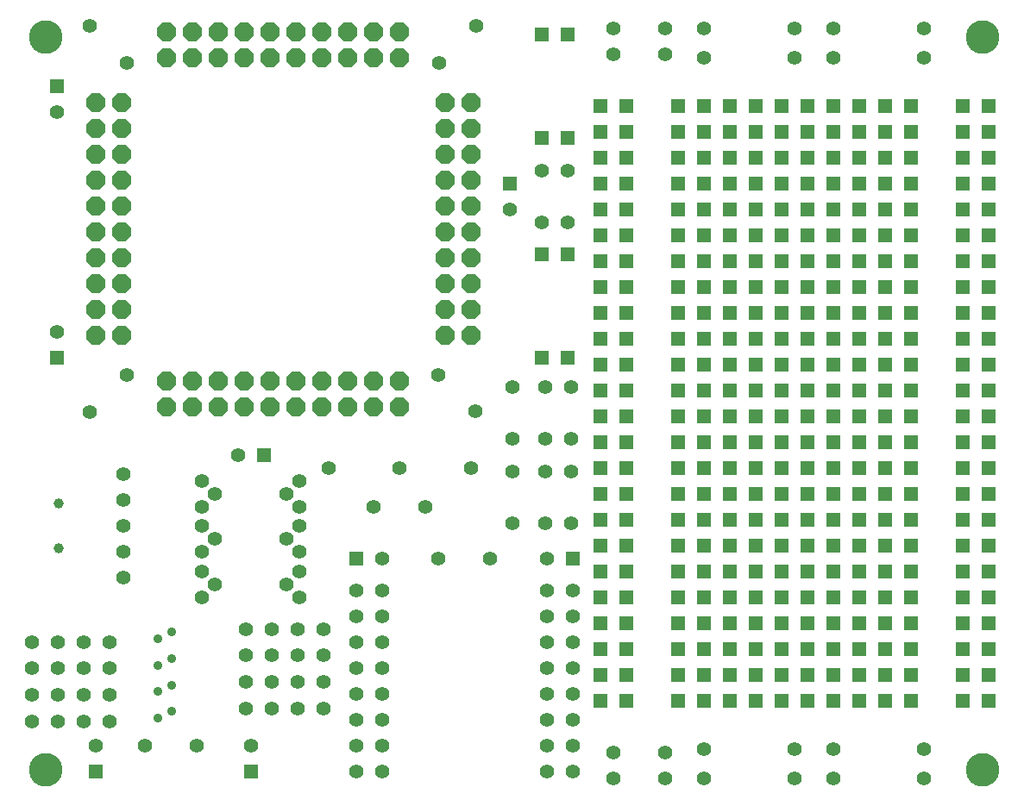
<source format=gbs>
G75*
G70*
%OFA0B0*%
%FSLAX24Y24*%
%IPPOS*%
%LPD*%
%AMOC8*
5,1,8,0,0,1.08239X$1,22.5*
%
%ADD10C,0.0555*%
%ADD11C,0.0360*%
%ADD12R,0.0555X0.0555*%
%ADD13C,0.1300*%
%ADD14OC8,0.0740*%
%ADD15C,0.0394*%
D10*
X008136Y005917D03*
X007670Y006872D03*
X008670Y006872D03*
X008670Y007896D03*
X007670Y007896D03*
X006670Y007896D03*
X005670Y007896D03*
X005670Y008920D03*
X006670Y008920D03*
X007670Y008920D03*
X008670Y008920D03*
X008670Y009943D03*
X007670Y009943D03*
X006670Y009943D03*
X005670Y009943D03*
X009203Y012417D03*
X009203Y013417D03*
X009203Y014417D03*
X009203Y015417D03*
X009203Y016417D03*
X012243Y016167D03*
X012743Y015667D03*
X012243Y015167D03*
X012243Y014417D03*
X012743Y013917D03*
X012243Y013417D03*
X012243Y012667D03*
X012743Y012167D03*
X012243Y011667D03*
X013957Y010443D03*
X014957Y010443D03*
X015957Y010443D03*
X016957Y010443D03*
X016957Y009420D03*
X015957Y009420D03*
X014957Y009420D03*
X013957Y009420D03*
X013957Y008396D03*
X014957Y008396D03*
X015957Y008396D03*
X016957Y008396D03*
X018205Y007917D03*
X018205Y008917D03*
X019205Y008917D03*
X019205Y007917D03*
X019205Y006917D03*
X018205Y006917D03*
X016957Y007372D03*
X015957Y007372D03*
X014957Y007372D03*
X013957Y007372D03*
X014136Y005917D03*
X012063Y005917D03*
X010063Y005917D03*
X006670Y006872D03*
X005670Y006872D03*
X015530Y012167D03*
X016030Y012667D03*
X016030Y013417D03*
X015530Y013917D03*
X016030Y014417D03*
X016030Y015167D03*
X015530Y015667D03*
X016030Y016167D03*
X017136Y016667D03*
X018886Y015167D03*
X019886Y016667D03*
X020886Y015167D03*
X022636Y016667D03*
X024261Y016542D03*
X025511Y016542D03*
X026511Y016542D03*
X026511Y017792D03*
X025511Y017792D03*
X024261Y017792D03*
X022813Y018865D03*
X024261Y019792D03*
X025511Y019792D03*
X026511Y019792D03*
X021399Y020279D03*
X013636Y017167D03*
X009343Y020249D03*
X007929Y018835D03*
X006636Y021917D03*
X006636Y030417D03*
X009343Y032335D03*
X007929Y033749D03*
X021429Y032335D03*
X022843Y033749D03*
X028136Y033667D03*
X028136Y032667D03*
X030136Y032667D03*
X030136Y033667D03*
X031636Y033667D03*
X031636Y032542D03*
X035136Y032542D03*
X035136Y033667D03*
X036636Y033667D03*
X036636Y032542D03*
X040136Y032542D03*
X040136Y033667D03*
X026386Y028167D03*
X025386Y028167D03*
X024136Y026667D03*
X025386Y026167D03*
X026386Y026167D03*
X026511Y014542D03*
X025511Y014542D03*
X024261Y014542D03*
X023386Y013167D03*
X021386Y013167D03*
X019205Y013167D03*
X019205Y011917D03*
X018205Y011917D03*
X018205Y010917D03*
X019205Y010917D03*
X019205Y009917D03*
X018205Y009917D03*
X016030Y011667D03*
X018205Y005917D03*
X019205Y005917D03*
X019205Y004917D03*
X018205Y004917D03*
X025567Y004917D03*
X025567Y005917D03*
X026567Y005917D03*
X026567Y004917D03*
X028136Y004667D03*
X028136Y005667D03*
X030136Y005667D03*
X030136Y004667D03*
X031636Y004667D03*
X031636Y005792D03*
X035136Y005792D03*
X035136Y004667D03*
X036636Y004667D03*
X036636Y005792D03*
X040136Y005792D03*
X040136Y004667D03*
X026567Y006917D03*
X025567Y006917D03*
X025567Y007917D03*
X025567Y008917D03*
X026567Y008917D03*
X026567Y007917D03*
X026567Y009917D03*
X025567Y009917D03*
X025567Y010917D03*
X025567Y011917D03*
X026567Y011917D03*
X026567Y010917D03*
X025567Y013167D03*
D11*
X011075Y010324D03*
X010557Y010068D03*
X011075Y009301D03*
X010557Y009045D03*
X011075Y008277D03*
X010557Y008021D03*
X011075Y007253D03*
X010557Y006997D03*
D12*
X008136Y004917D03*
X014136Y004917D03*
X018205Y013167D03*
X014636Y017167D03*
X006636Y020917D03*
X006636Y031417D03*
X024136Y027667D03*
X025386Y029417D03*
X026386Y029417D03*
X027636Y029667D03*
X027636Y030667D03*
X028636Y030667D03*
X028636Y029667D03*
X028636Y028667D03*
X027636Y028667D03*
X027636Y027667D03*
X028636Y027667D03*
X028636Y026667D03*
X027636Y026667D03*
X027636Y025667D03*
X028636Y025667D03*
X028636Y024667D03*
X027636Y024667D03*
X027636Y023667D03*
X028636Y023667D03*
X028636Y022667D03*
X027636Y022667D03*
X027636Y021667D03*
X028636Y021667D03*
X028636Y020667D03*
X027636Y020667D03*
X026386Y020917D03*
X025386Y020917D03*
X027636Y019667D03*
X028636Y019667D03*
X028636Y018667D03*
X027636Y018667D03*
X027636Y017667D03*
X028636Y017667D03*
X028636Y016667D03*
X027636Y016667D03*
X027636Y015667D03*
X028636Y015667D03*
X028636Y014667D03*
X027636Y014667D03*
X027636Y013667D03*
X028636Y013667D03*
X028636Y012667D03*
X027636Y012667D03*
X027636Y011667D03*
X028636Y011667D03*
X028636Y010667D03*
X027636Y010667D03*
X027636Y009667D03*
X028636Y009667D03*
X028636Y008667D03*
X027636Y008667D03*
X027636Y007667D03*
X028636Y007667D03*
X030636Y007667D03*
X031636Y007667D03*
X032636Y007667D03*
X033636Y007667D03*
X034636Y007667D03*
X035636Y007667D03*
X036636Y007667D03*
X037636Y007667D03*
X038636Y007667D03*
X039636Y007667D03*
X039636Y008667D03*
X038636Y008667D03*
X038636Y009667D03*
X039636Y009667D03*
X039636Y010667D03*
X038636Y010667D03*
X037636Y010667D03*
X036636Y010667D03*
X035636Y010667D03*
X034636Y010667D03*
X033636Y010667D03*
X032636Y010667D03*
X031636Y010667D03*
X030636Y010667D03*
X030636Y011667D03*
X030636Y012667D03*
X031636Y012667D03*
X032636Y012667D03*
X033636Y012667D03*
X034636Y012667D03*
X035636Y012667D03*
X036636Y012667D03*
X037636Y012667D03*
X038636Y012667D03*
X039636Y012667D03*
X039636Y011667D03*
X038636Y011667D03*
X037636Y011667D03*
X036636Y011667D03*
X035636Y011667D03*
X034636Y011667D03*
X033636Y011667D03*
X032636Y011667D03*
X031636Y011667D03*
X031636Y013667D03*
X030636Y013667D03*
X030636Y014667D03*
X030636Y015667D03*
X031636Y015667D03*
X032636Y015667D03*
X033636Y015667D03*
X034636Y015667D03*
X035636Y015667D03*
X036636Y015667D03*
X037636Y015667D03*
X038636Y015667D03*
X039636Y015667D03*
X039636Y014667D03*
X038636Y014667D03*
X037636Y014667D03*
X036636Y014667D03*
X035636Y014667D03*
X034636Y014667D03*
X033636Y014667D03*
X032636Y014667D03*
X031636Y014667D03*
X032636Y013667D03*
X033636Y013667D03*
X034636Y013667D03*
X035636Y013667D03*
X036636Y013667D03*
X037636Y013667D03*
X038636Y013667D03*
X039636Y013667D03*
X041636Y013667D03*
X042636Y013667D03*
X042636Y014667D03*
X042636Y015667D03*
X041636Y015667D03*
X041636Y014667D03*
X041636Y016667D03*
X042636Y016667D03*
X042636Y017667D03*
X042636Y018667D03*
X041636Y018667D03*
X041636Y017667D03*
X039636Y017667D03*
X038636Y017667D03*
X038636Y018667D03*
X039636Y018667D03*
X039636Y019667D03*
X038636Y019667D03*
X037636Y019667D03*
X036636Y019667D03*
X035636Y019667D03*
X034636Y019667D03*
X033636Y019667D03*
X032636Y019667D03*
X031636Y019667D03*
X030636Y019667D03*
X030636Y020667D03*
X030636Y021667D03*
X031636Y021667D03*
X032636Y021667D03*
X033636Y021667D03*
X034636Y021667D03*
X035636Y021667D03*
X036636Y021667D03*
X037636Y021667D03*
X038636Y021667D03*
X039636Y021667D03*
X039636Y020667D03*
X038636Y020667D03*
X037636Y020667D03*
X036636Y020667D03*
X035636Y020667D03*
X034636Y020667D03*
X033636Y020667D03*
X032636Y020667D03*
X031636Y020667D03*
X031636Y022667D03*
X030636Y022667D03*
X030636Y023667D03*
X030636Y024667D03*
X031636Y024667D03*
X032636Y024667D03*
X033636Y024667D03*
X034636Y024667D03*
X035636Y024667D03*
X036636Y024667D03*
X037636Y024667D03*
X038636Y024667D03*
X039636Y024667D03*
X039636Y023667D03*
X038636Y023667D03*
X037636Y023667D03*
X036636Y023667D03*
X035636Y023667D03*
X034636Y023667D03*
X033636Y023667D03*
X032636Y023667D03*
X031636Y023667D03*
X032636Y022667D03*
X033636Y022667D03*
X034636Y022667D03*
X035636Y022667D03*
X036636Y022667D03*
X037636Y022667D03*
X038636Y022667D03*
X039636Y022667D03*
X041636Y022667D03*
X042636Y022667D03*
X042636Y023667D03*
X042636Y024667D03*
X041636Y024667D03*
X041636Y023667D03*
X041636Y025667D03*
X042636Y025667D03*
X042636Y026667D03*
X042636Y027667D03*
X041636Y027667D03*
X041636Y026667D03*
X039636Y026667D03*
X038636Y026667D03*
X038636Y027667D03*
X039636Y027667D03*
X039636Y028667D03*
X038636Y028667D03*
X037636Y028667D03*
X036636Y028667D03*
X035636Y028667D03*
X034636Y028667D03*
X033636Y028667D03*
X032636Y028667D03*
X031636Y028667D03*
X030636Y028667D03*
X030636Y029667D03*
X030636Y030667D03*
X031636Y030667D03*
X032636Y030667D03*
X033636Y030667D03*
X034636Y030667D03*
X035636Y030667D03*
X036636Y030667D03*
X037636Y030667D03*
X038636Y030667D03*
X039636Y030667D03*
X039636Y029667D03*
X038636Y029667D03*
X037636Y029667D03*
X036636Y029667D03*
X035636Y029667D03*
X034636Y029667D03*
X033636Y029667D03*
X032636Y029667D03*
X031636Y029667D03*
X031636Y027667D03*
X030636Y027667D03*
X030636Y026667D03*
X031636Y026667D03*
X032636Y026667D03*
X032636Y027667D03*
X033636Y027667D03*
X034636Y027667D03*
X035636Y027667D03*
X036636Y027667D03*
X037636Y027667D03*
X037636Y026667D03*
X036636Y026667D03*
X035636Y026667D03*
X034636Y026667D03*
X033636Y026667D03*
X033636Y025667D03*
X032636Y025667D03*
X031636Y025667D03*
X030636Y025667D03*
X026386Y024917D03*
X025386Y024917D03*
X030636Y018667D03*
X031636Y018667D03*
X032636Y018667D03*
X033636Y018667D03*
X034636Y018667D03*
X035636Y018667D03*
X036636Y018667D03*
X037636Y018667D03*
X037636Y017667D03*
X036636Y017667D03*
X035636Y017667D03*
X034636Y017667D03*
X033636Y017667D03*
X032636Y017667D03*
X031636Y017667D03*
X030636Y017667D03*
X030636Y016667D03*
X031636Y016667D03*
X032636Y016667D03*
X033636Y016667D03*
X034636Y016667D03*
X035636Y016667D03*
X036636Y016667D03*
X037636Y016667D03*
X038636Y016667D03*
X039636Y016667D03*
X041636Y019667D03*
X042636Y019667D03*
X042636Y020667D03*
X042636Y021667D03*
X041636Y021667D03*
X041636Y020667D03*
X039636Y025667D03*
X038636Y025667D03*
X037636Y025667D03*
X036636Y025667D03*
X035636Y025667D03*
X034636Y025667D03*
X041636Y028667D03*
X042636Y028667D03*
X042636Y029667D03*
X042636Y030667D03*
X041636Y030667D03*
X041636Y029667D03*
X026386Y033417D03*
X025386Y033417D03*
X026567Y013167D03*
X030636Y009667D03*
X031636Y009667D03*
X032636Y009667D03*
X033636Y009667D03*
X034636Y009667D03*
X035636Y009667D03*
X036636Y009667D03*
X037636Y009667D03*
X037636Y008667D03*
X036636Y008667D03*
X035636Y008667D03*
X034636Y008667D03*
X033636Y008667D03*
X032636Y008667D03*
X031636Y008667D03*
X030636Y008667D03*
X041636Y008667D03*
X041636Y009667D03*
X042636Y009667D03*
X042636Y008667D03*
X042636Y007667D03*
X041636Y007667D03*
X041636Y010667D03*
X042636Y010667D03*
X042636Y011667D03*
X042636Y012667D03*
X041636Y012667D03*
X041636Y011667D03*
D13*
X006211Y004991D03*
X042431Y004991D03*
X042431Y033338D03*
X006211Y033338D03*
D14*
X008136Y030792D03*
X009136Y030792D03*
X009136Y029792D03*
X008136Y029792D03*
X008136Y028792D03*
X009136Y028792D03*
X009136Y027792D03*
X008136Y027792D03*
X008136Y026792D03*
X009136Y026792D03*
X009136Y025792D03*
X008136Y025792D03*
X008136Y024792D03*
X009136Y024792D03*
X009136Y023792D03*
X008136Y023792D03*
X008136Y022792D03*
X009136Y022792D03*
X009136Y021792D03*
X008136Y021792D03*
X010886Y020042D03*
X011886Y020042D03*
X012886Y020042D03*
X013886Y020042D03*
X014886Y020042D03*
X015886Y020042D03*
X016886Y020042D03*
X017886Y020042D03*
X018886Y020042D03*
X019886Y020042D03*
X019886Y019042D03*
X018886Y019042D03*
X017886Y019042D03*
X016886Y019042D03*
X015886Y019042D03*
X014886Y019042D03*
X013886Y019042D03*
X012886Y019042D03*
X011886Y019042D03*
X010886Y019042D03*
X021636Y021792D03*
X021636Y022792D03*
X022636Y022792D03*
X022636Y021792D03*
X022636Y023792D03*
X021636Y023792D03*
X021636Y024792D03*
X021636Y025792D03*
X022636Y025792D03*
X022636Y024792D03*
X022636Y026792D03*
X021636Y026792D03*
X021636Y027792D03*
X021636Y028792D03*
X022636Y028792D03*
X022636Y027792D03*
X022636Y029792D03*
X021636Y029792D03*
X021636Y030792D03*
X022636Y030792D03*
X019886Y032542D03*
X018886Y032542D03*
X017886Y032542D03*
X016886Y032542D03*
X015886Y032542D03*
X014886Y032542D03*
X013886Y032542D03*
X012886Y032542D03*
X011886Y032542D03*
X010886Y032542D03*
X010886Y033542D03*
X011886Y033542D03*
X012886Y033542D03*
X013886Y033542D03*
X014886Y033542D03*
X015886Y033542D03*
X016886Y033542D03*
X017886Y033542D03*
X018886Y033542D03*
X019886Y033542D03*
D15*
X006703Y015283D03*
X006703Y013551D03*
M02*

</source>
